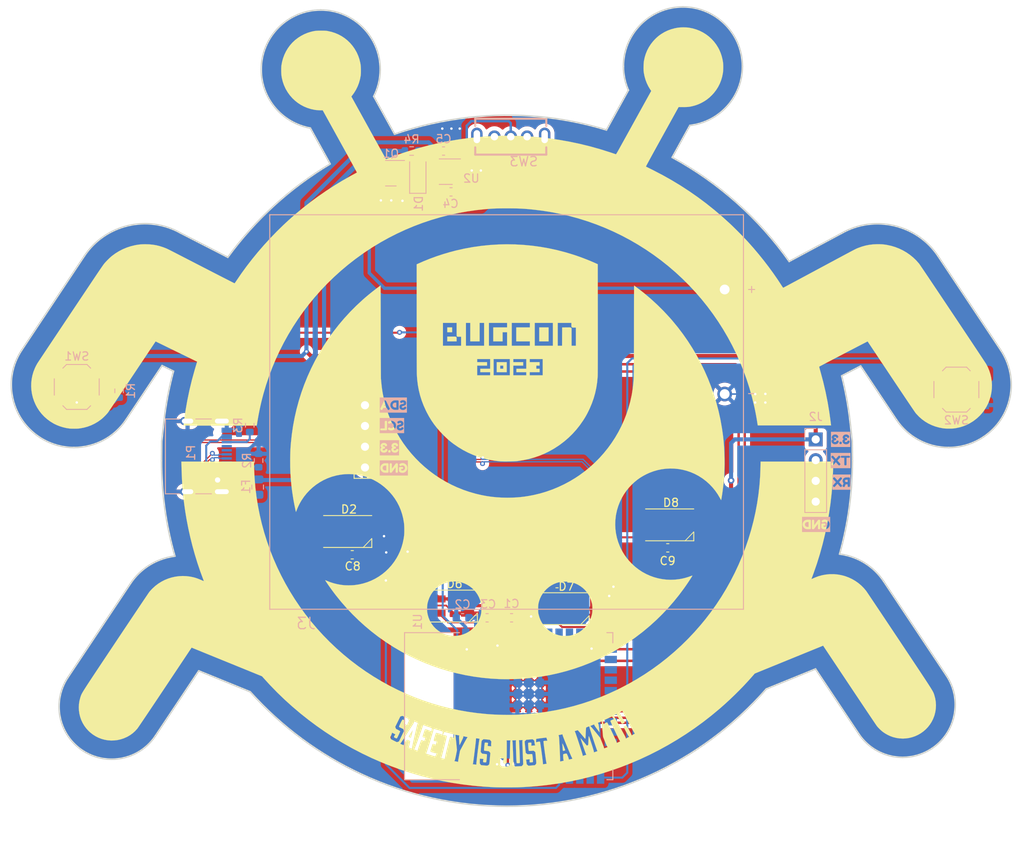
<source format=kicad_pcb>
(kicad_pcb (version 20221018) (generator pcbnew)
  (layers (0 "F.Cu" signal "Top") (31 "B.Cu" signal "Bottom") (34 "B.Paste" user) (35 "F.Paste" user) (36 "B.SilkS" user "B.Silkscreen") (37 "F.SilkS" user "F.Silkscreen") (38 "B.Mask" user) (39 "F.Mask" user) (44 "Edge.Cuts" user))
  (net 0 "")
  (net 1 "+3V3")
  (net 2 "GND")
  (net 3 "Net-(SW3-B)")
  (net 4 "+3.3V")
  (net 5 "Net-(D1-K)")
  (net 6 "VBUS")
  (net 7 "Net-(F1-Pad1)")
  (net 8 "/SDA")
  (net 9 "/SCL")
  (net 10 "/TX")
  (net 11 "/RX")
  (net 12 "+BATT")
  (net 13 "/RST")
  (net 14 "Net-(P1-CC)")
  (net 15 "Net-(P1-VCONN)")
  (net 16 "/PIN")
  (net 17 "Net-(D6-DIN)")
  (net 18 "/BOOT")
  (net 27 "/D-")
  (net 28 "/D+")
  (net 51 "Net-(D2-DIN)")
  (net 52 "Net-(D6-DOUT)")
  (net 53 "Net-(D7-DOUT)")
  (footprint "Capacitor_SMD:C_0603_1608Metric" (layer "F.Cu") (at 124.56 91.04 180)
    (fp_text reference "C8")
    (fp_text value "0.1uF")
  )
  (footprint "FootprintsB:LED_SK6812MINI_PLCC4_3.5x3.5mm_P1.75mm" (layer "F.Cu") (at 136.93 97.32)
    (fp_text reference "D6")
    (fp_text value "WS2812B")
  )
  (footprint "Capacitor_SMD:C_0603_1608Metric" (layer "F.Cu") (at 133.34 96.37 90)
    (fp_text reference "C7")
    (fp_text value "0.1uF")
  )
  (footprint "Capacitor_SMD:C_0603_1608Metric" (layer "F.Cu") (at 149.63 94.57 180)
    (fp_text reference "C6")
    (fp_text value "0.1uF")
  )
  (footprint "Resistor_SMD:R_0603_1608Metric" (layer "F.Cu") (at 144.78 94.742 180)
    (fp_text reference "R9")
    (fp_text value "470")
  )
  (footprint "FootprintsB:Bugcon_svg" (layer "F.Cu") (at 144.0688 72.9996)
    (fp_text reference "Ref**" hide)
    (fp_text value "Val**" hide)
    (fp_line (start -52.297296 -18.546247) (end -59.963296 -7.024185) (stroke (width 0.2)) (layer "Edge.Cuts"))
    (fp_line (start -47.20508 1.490518) (end -42.795515 -5.123829) (stroke (width 0.2)) (layer "Edge.Cuts"))
    (fp_line (start -46.642353 21.545733) (end -54.317578 33.05857) (stroke (width 0.2)) (layer "Edge.Cuts"))
    (fp_line (start -43.607318 40.198744) (end -38.302926 32.246768) (stroke (width 0.2)) (layer "Edge.Cuts"))
    (fp_line (start -42.832415 4.138101) (end -42.850865 6.536609) (stroke (width 0.2)) (layer "Edge.Cuts"))
    (fp_line (start -42.795515 -5.123829) (end -41.393311 -4.441177) (stroke (width 0.2)) (layer "Edge.Cuts"))
    (fp_line (start -42.574114 1.841069) (end -42.832415 4.138101) (stroke (width 0.2)) (layer "Edge.Cuts"))
    (fp_line (start -38.302926 32.246768) (end -32.00223 34.811326) (stroke (width 0.2)) (layer "Edge.Cuts"))
    (fp_line (start -34.742064 -18.380197) (end -40.553833 -21.359882) (stroke (width 0.2)) (layer "Edge.Cuts"))
    (fp_line (start -24.640656 -34.210348) (end -22.205248 -29.810009) (stroke (width 0.2)) (layer "Edge.Cuts"))
    (fp_line (start -14.327073 -33.463121) (end -16.882406 -38.084861) (stroke (width 0.2)) (layer "Edge.Cuts"))
    (fp_line (start 14.30742 -38.841313) (end 11.613712 -33.970498) (stroke (width 0.2)) (layer "Edge.Cuts"))
    (fp_line (start 19.657938 -30.612587) (end 21.82582 -34.533224) (stroke (width 0.2)) (layer "Edge.Cuts"))
    (fp_line (start 31.18 34.47) (end 37.21317 32.016142) (stroke (width 0.2)) (layer "Edge.Cuts"))
    (fp_line (start 37.21317 32.016142) (end 42.517562 39.968118) (stroke (width 0.2)) (layer "Edge.Cuts"))
    (fp_line (start 40.414255 -3.869225) (end 42.738963 -5.077704) (stroke (width 0.2)) (layer "Edge.Cuts"))
    (fp_line (start 40.44193 -21.341432) (end 33.984409 -17.87282) (stroke (width 0.2)) (layer "Edge.Cuts"))
    (fp_line (start 41.70576 4.128876) (end 41.447459 1.831844) (stroke (width 0.2)) (layer "Edge.Cuts"))
    (fp_line (start 41.72421 6.518159) (end 41.70576 4.128876) (stroke (width 0.2)) (layer "Edge.Cuts"))
    (fp_line (start 42.738963 -5.077704) (end 47.120852 1.490518) (stroke (width 0.2)) (layer "Edge.Cuts"))
    (fp_line (start 53.227822 32.827945) (end 45.552597 21.296657) (stroke (width 0.2)) (layer "Edge.Cuts"))
    (fp_line (start 59.879069 -7.024185) (end 52.203844 -18.537022) (stroke (width 0.2)) (layer "Edge.Cuts"))
    (fp_curve (pts (xy -61.097975 -1.267766) (xy -60.692073 0.74329) (xy -59.538945 2.468371) (xy -57.832314 3.612275)) (stroke (width 0.2)) (layer "Edge.Cuts"))
    (fp_curve (pts (xy -59.963296 -7.024185) (xy -61.097975 -5.317554) (xy -61.503876 -3.278823) (xy -61.097975 -1.267766)) (stroke (width 0.2)) (layer "Edge.Cuts"))
    (fp_curve (pts (xy -57.832314 3.612275) (xy -56.568485 4.451752) (xy -55.101705 4.903779) (xy -53.5888 4.903779)) (stroke (width 0.2)) (layer "Edge.Cuts"))
    (fp_curve (pts (xy -55.276981 37.892486) (xy -54.935655 39.580667) (xy -53.967027 41.028996) (xy -52.537147 41.988399)) (stroke (width 0.2)) (layer "Edge.Cuts"))
    (fp_curve (pts (xy -54.317578 33.05857) (xy -55.267756 34.48845) (xy -55.609082 36.204306) (xy -55.276981 37.892486)) (stroke (width 0.2)) (layer "Edge.Cuts"))
    (fp_curve (pts (xy -53.5888 4.903779) (xy -51.015017 4.903779) (xy -48.625734 3.630725) (xy -47.20508 1.490518)) (stroke (width 0.2)) (layer "Edge.Cuts"))
    (fp_curve (pts (xy -52.537147 41.988399) (xy -51.476268 42.698727) (xy -50.240114 43.067728) (xy -48.96706 43.067728)) (stroke (width 0.2)) (layer "Edge.Cuts"))
    (fp_curve (pts (xy -48.96706 43.067728) (xy -46.808403 43.067728) (xy -44.797347 41.997624) (xy -43.607318 40.198744)) (stroke (width 0.2)) (layer "Edge.Cuts"))
    (fp_curve (pts (xy -42.850865 6.536609) (xy -42.850865 10.521822) (xy -42.306589 14.42401) (xy -41.218035 18.206272)) (stroke (width 0.2)) (layer "Edge.Cuts"))
    (fp_curve (pts (xy -41.393311 -4.441177) (xy -41.946812 -2.383995) (xy -42.343489 -0.280688) (xy -42.574114 1.841069)) (stroke (width 0.2)) (layer "Edge.Cuts"))
    (fp_curve (pts (xy -41.218035 18.206272) (xy -43.413592 18.483023) (xy -45.396974 19.682277) (xy -46.642353 21.545733)) (stroke (width 0.2)) (layer "Edge.Cuts"))
    (fp_curve (pts (xy -40.553833 -21.359882) (xy -44.585171 -23.629239) (xy -49.732738 -22.393085) (xy -52.297296 -18.546247)) (stroke (width 0.2)) (layer "Edge.Cuts"))
    (fp_curve (pts (xy -32.00223 34.811326) (xy -28.146168 39.100965) (xy -23.552103 42.495776) (xy -18.330736 44.921959)) (stroke (width 0.2)) (layer "Edge.Cuts"))
    (fp_curve (pts (xy -30.646151 -41.378197) (xy -30.646151 -37.798885) (xy -28.044692 -34.8192) (xy -24.640656 -34.210348)) (stroke (width 0.2)) (layer "Edge.Cuts"))
    (fp_curve (pts (xy -23.367602 -48.656745) (xy -27.38049 -48.656745) (xy -30.646151 -45.391085) (xy -30.646151 -41.378197)) (stroke (width 0.2)) (layer "Edge.Cuts"))
    (fp_curve (pts (xy -22.205248 -29.810009) (xy -27.103739 -26.885675) (xy -31.374928 -22.992712) (xy -34.742064 -18.380197)) (stroke (width 0.2)) (layer "Edge.Cuts"))
    (fp_curve (pts (xy -18.330736 44.921959) (xy -12.749593 47.514192) (xy -6.771773 48.824147) (xy -0.563328 48.824147)) (stroke (width 0.2)) (layer "Edge.Cuts"))
    (fp_curve (pts (xy -16.882406 -38.084861) (xy -16.365804 -39.099614) (xy -16.089053 -40.225068) (xy -16.089053 -41.378197)) (stroke (width 0.2)) (layer "Edge.Cuts"))
    (fp_curve (pts (xy -16.089053 -41.378197) (xy -16.089053 -45.391085) (xy -19.354714 -48.656745) (xy -23.367602 -48.656745)) (stroke (width 0.2)) (layer "Edge.Cuts"))
    (fp_curve (pts (xy -5.240418 -35.501853) (xy -8.340028 -35.160526) (xy -11.384288 -34.468649) (xy -14.327073 -33.463121)) (stroke (width 0.2)) (layer "Edge.Cuts"))
    (fp_curve (pts (xy -0.563328 48.824147) (xy 11.604487 48.824147) (xy 23.144999 43.60278) (xy 31.18 34.47)) (stroke (width 0.2)) (layer "Edge.Cuts"))
    (fp_curve (pts (xy 11.613712 -33.970498) (xy 6.161719 -35.631003) (xy 0.497551 -36.147605) (xy -5.240418 -35.501853)) (stroke (width 0.2)) (layer "Edge.Cuts"))
    (fp_curve (pts (xy 13.698569 -41.756423) (xy 13.698569 -40.74167) (xy 13.910744 -39.754591) (xy 14.30742 -38.841313)) (stroke (width 0.2)) (layer "Edge.Cuts"))
    (fp_curve (pts (xy 20.977117 -49.034972) (xy 16.964229 -49.034972) (xy 13.698569 -45.769311) (xy 13.698569 -41.756423)) (stroke (width 0.2)) (layer "Edge.Cuts"))
    (fp_curve (pts (xy 21.82582 -34.533224) (xy 25.442032 -34.948351) (xy 28.255666 -38.029511) (xy 28.255666 -41.756423)) (stroke (width 0.2)) (layer "Edge.Cuts"))
    (fp_curve (pts (xy 28.255666 -41.756423) (xy 28.255666 -45.769311) (xy 24.990005 -49.034972) (xy 20.977117 -49.034972)) (stroke (width 0.2)) (layer "Edge.Cuts"))
    (fp_curve (pts (xy 33.984409 -17.87282) (xy 30.239047 -23.158762) (xy 25.349781 -27.512977) (xy 19.657938 -30.612587)) (stroke (width 0.2)) (layer "Edge.Cuts"))
    (fp_curve (pts (xy 40.155955 17.957196) (xy 41.198383 14.248734) (xy 41.72421 10.420347) (xy 41.72421 6.518159)) (stroke (width 0.2)) (layer "Edge.Cuts"))
    (fp_curve (pts (xy 41.447459 1.831844) (xy 41.235283 -0.086962) (xy 40.884732 -1.996544) (xy 40.414255 -3.869225)) (stroke (width 0.2)) (layer "Edge.Cuts"))
    (fp_curve (pts (xy 42.517562 39.968118) (xy 43.716816 41.766999) (xy 45.718648 42.837102) (xy 47.877305 42.837102)) (stroke (width 0.2)) (layer "Edge.Cuts"))
    (fp_curve (pts (xy 45.552597 21.296657) (xy 44.316443 19.442426) (xy 42.342287 18.233947) (xy 40.155955 17.957196)) (stroke (width 0.2)) (layer "Edge.Cuts"))
    (fp_curve (pts (xy 47.120852 1.490518) (xy 48.550732 3.630725) (xy 50.93079 4.903779) (xy 53.504573 4.903779)) (stroke (width 0.2)) (layer "Edge.Cuts"))
    (fp_curve (pts (xy 47.877305 42.837102) (xy 49.150359 42.837102) (xy 50.386513 42.458876) (xy 51.447391 41.757774)) (stroke (width 0.2)) (layer "Edge.Cuts"))
    (fp_curve (pts (xy 51.447391 41.757774) (xy 52.877271 40.807596) (xy 53.855124 39.350041) (xy 54.187225 37.66186)) (stroke (width 0.2)) (layer "Edge.Cuts"))
    (fp_curve (pts (xy 52.203844 -18.537022) (xy 49.63006 -22.393085) (xy 44.473269 -23.620014) (xy 40.44193 -21.341432)) (stroke (width 0.2)) (layer "Edge.Cuts"))
    (fp_curve (pts (xy 53.504573 4.903779) (xy 55.017478 4.903779) (xy 56.484258 4.460977) (xy 57.757312 3.612275)) (stroke (width 0.2)) (layer "Edge.Cuts"))
    (fp_curve (pts (xy 54.187225 37.66186) (xy 54.528551 35.97368) (xy 54.187225 34.257824) (xy 53.227822 32.827945)) (stroke (width 0.2)) (layer "Edge.Cuts"))
    (fp_curve (pts (xy 57.757312 3.612275) (xy 59.463942 2.477596) (xy 60.617071 0.74329) (xy 61.022972 -1.267766)) (stroke (width 0.2)) (layer "Edge.Cuts"))
    (fp_curve (pts (xy 61.022972 -1.267766) (xy 61.419649 -3.278823) (xy 61.013747 -5.317554) (xy 59.879069 -7.024185)) (stroke (width 0.2)) (layer "Edge.Cuts"))
  )
  (footprint "FootprintsB:LED_SK6812MINI_PLCC4_3.5x3.5mm_P1.75mm" (layer "F.Cu") (at 150.622 97.6376)
    (fp_text reference "D7")
    (fp_text value "WS2812B")
  )
  (footprint "FootprintsB:LED_SK6812MINI_PLCC4_3.5x3.5mm_P1.75mm" (layer "F.Cu") (at 163.4236 87.376)
    (fp_text reference "D8")
    (fp_text value "WS2812B")
  )
  (footprint "Connector_PinSocket_2.54mm:PinSocket_1x04_P2.54mm_Vertical" (layer "F.Cu") (at 126.12 72.73)
    (fp_text reference "J1")
    (fp_text value "Conn_01x04_Pin")
  )
  (footprint "FootprintsB:LED_SK6812MINI_PLCC4_3.5x3.5mm_P1.75mm" (layer "F.Cu") (at 124 88.19)
    (fp_text reference "D2")
    (fp_text value "WS2812B")
  )
  (footprint "Capacitor_SMD:C_0603_1608Metric" (layer "F.Cu") (at 163.19 90.19 180)
    (fp_text reference "C9")
    (fp_text value "0.1uF")
  )
  (footprint "kibuzzard-6515D74A" (layer "B.Cu") (at 184.3532 79.502 180)
    (fp_text reference "kibuzzard-6515D74A" hide)
    (fp_text value "G***" hide)
  )
  (footprint "FootprintsB:BAT_12BH331P-GR" (layer "B.Cu") (at 143.4592 73.5584)
    (fp_text reference "J3")
    (fp_text value "Conn_01x02")
  )
  (footprint "kibuzzard-6515D7CD" (layer "B.Cu") (at 129.11 77.94 180)
    (fp_text reference "kibuzzard-6515D7CD" hide)
    (fp_text value "G***" hide)
  )
  (footprint "Capacitor_SMD:C_0603_1608Metric" (layer "B.Cu") (at 135.7376 41.6052)
    (fp_text reference "C5")
    (fp_text value "10uF")
  )
  (footprint "kibuzzard-6515D75F" (layer "B.Cu") (at 184.4548 82.1436 180)
    (fp_text reference "kibuzzard-6515D75F" hide)
    (fp_text value "G***" hide)
  )
  (footprint "Resistor_SMD:R_0603_1608Metric" (layer "B.Cu") (at 96.012 70.9676 90)
    (fp_text reference "R1")
    (fp_text value "10K")
  )
  (footprint "kibuzzard-6515D795" (layer "B.Cu") (at 181.356 87.3252 180)
    (fp_text reference "kibuzzard-6515D795" hide)
    (fp_text value "G***" hide)
  )
  (footprint "Fuse:Fuse_0805_2012Metric" (layer "B.Cu") (at 112.98 82.75 90)
    (fp_text reference "F1")
    (fp_text value "0.5A")
  )
  (footprint "FootprintsB:SW-TH_SK12D07VG4" (layer "B.Cu") (at 143.9672 39.846)
    (fp_text reference "SW3")
    (fp_text value "ON" hide)
  )
  (footprint "Connector_PinSocket_2.54mm:PinSocket_1x04_P2.54mm_Vertical" (layer "B.Cu") (at 181.3052 76.9112 180)
    (fp_text reference "J2")
    (fp_text value "Conn_01x04_Pin")
  )
  (footprint "Capacitor_SMD:C_0603_1608Metric" (layer "B.Cu") (at 138.0744 98.7552 180)
    (fp_text reference "C2")
    (fp_text value "10uF")
  )
  (footprint "kibuzzard-6515D7CD" (layer "B.Cu") (at 184.3532 76.9112 180)
    (fp_text reference "kibuzzard-6515D7CD" hide)
    (fp_text value "G***" hide)
  )
  (footprint "Capacitor_SMD:C_0603_1608Metric" (layer "B.Cu") (at 141.0716 98.7552)
    (fp_text reference "C3")
    (fp_text value "10uF")
  )
  (footprint "Diode_SMD:D_SOD-123F" (layer "B.Cu") (at 132.588 44.574 90)
    (fp_text reference "D1")
    (fp_text value "MBR120")
  )
  (footprint "Resistor_SMD:R_0603_1608Metric" (layer "B.Cu") (at 112.014 75.18 -90)
    (fp_text reference "R3")
    (fp_text value "5k1")
  )
  (footprint "Resistor_SMD:R_0603_1608Metric" (layer "B.Cu") (at 131.826 41.6052 180)
    (fp_text reference "R4")
    (fp_text value "100K")
  )
  (footprint "Package_TO_SOT_SMD:SOT-23-5" (layer "B.Cu") (at 136.0115 44.132 180)
    (fp_text reference "U2")
    (fp_text value "AP2112K-3.3")
  )
  (footprint "Button_Switch_SMD:SW_SPST_TL3342" (layer "B.Cu") (at 198.5264 70.8152)
    (fp_text reference "SW2")
    (fp_text value "GPIO")
  )
  (footprint "Capacitor_SMD:C_0603_1608Metric" (layer "B.Cu") (at 144.0688 98.7552)
    (fp_text reference "C1")
    (fp_text value "1uF")
  )
  (footprint "Button_Switch_SMD:SW_SPST_TL3342" (layer "B.Cu") (at 90.83 70.49 180)
    (fp_text reference "SW1")
    (fp_text value "RESET")
  )
  (footprint "Resistor_SMD:R_0603_1608Metric" (layer "B.Cu") (at 113.09 79.5 -90)
    (fp_text reference "R2")
    (fp_text value "5k1")
  )
  (footprint "Capacitor_SMD:C_0603_1608Metric" (layer "B.Cu") (at 136.652 46.606 180)
    (fp_text reference "C4")
    (fp_text value "10uF")
  )
  (footprint "kibuzzard-6515D70B" (layer "B.Cu") (at 129.42 75.22 180)
    (fp_text reference "kibuzzard-6515D70B" hide)
    (fp_text value "G***" hide)
  )
  (footprint "Connector_USB:USB_C_Receptacle_G-Switch_GT-USB-7010ASV" (layer "B.Cu") (at 105.469 78.992 90)
    (fp_text reference "P1")
    (fp_text value "USB_C_Plug_USB2.0")
  )
  (footprint "kibuzzard-6515D6F9" (layer "B.Cu") (at 129.59 72.71 180)
    (fp_text reference "kibuzzard-6515D6F9" hide)
    (fp_text value "G***" hide)
  )
  (footprint "Package_TO_SOT_SMD:SOT-23" (layer "B.Cu") (at 129.286 44.32 180)
    (fp_text reference "Q1")
    (fp_text value "DMG3415U-7")
  )
  (footprint "FootprintsB:XCVR_ESP32-S3-WROOM-1-N8R2" (layer "B.Cu") (at 143.714 109.574 -90)
    (fp_text reference "U1")
    (fp_text value "ESP32-S3-WROOM-1U-N16")
  )
  (footprint "kibuzzard-6515D795" (layer "B.Cu") (at 129.65 80.41 180)
    (fp_text reference "kibuzzard-6515D795" hide)
    (fp_text value "G***" hide)
  )
  (segment (start 123.02 66.7) (end 122.5 67.22) (width 0.5) (layer "F.Cu") (net 1))
  (segment (start 181.3052 76.9112) (end 181.3052 68.9252) (width 0.5) (layer "F.Cu") (net 1))
  (segment (start 123.91 77.81) (end 126.12 77.81) (width 0.5) (layer "F.Cu") (net 1))
  (segment (start 147.32 101.2444) (end 170.2816 101.2444) (width 0.5) (layer "F.Cu") (net 1))
  (segment (start 122.5 76.4) (end 123.91 77.81) (width 0.5) (layer "F.Cu") (net 1))
  (segment (start 123.68 66.72) (end 121.81 66.72) (width 0.5) (layer "F.Cu") (net 1))
  (segment (start 123.7 66.7) (end 123.02 66.7) (width 0.5) (layer "F.Cu") (net 1))
  (segment (start 121.81 66.72) (end 122 66.72) (width 0.5) (layer "F.Cu") (net 1))
  (segment (start 170.2816 101.2444) (end 170.942 100.584) (width 0.5) (layer "F.Cu") (net 1))
  (segment (start 122 66.72) (end 122.5 67.22) (width 0.5) (layer "F.Cu") (net 1))
  (segment (start 119.52 66.72) (end 118.95 66.15) (width 0.5) (layer "F.Cu") (net 1))
  (segment (start 146.4564 100.3808) (end 147.32 101.2444) (width 0.5) (layer "F.Cu") (net 1))
  (segment (start 146.4564 98.59) (end 146.4564 100.3808) (width 0.5) (layer "F.Cu") (net 1))
  (segment (start 121.81 66.72) (end 119.52 66.72) (width 0.5) (layer "F.Cu") (net 1))
  (segment (start 181.3052 68.9252) (end 179.08 66.7) (width 0.5) (layer "F.Cu") (net 1))
  (segment (start 123.7 66.7) (end 123.68 66.72) (width 0.5) (layer "F.Cu") (net 1))
  (segment (start 179.08 66.7) (end 123.7 66.7) (width 0.5) (layer "F.Cu") (net 1))
  (segment (start 170.942 100.584) (end 170.942 81.9404) (width 0.5) (layer "F.Cu") (net 1))
  (segment (start 122.5 67.22) (end 122.5 76.4) (width 0.5) (layer "F.Cu") (net 1))
  (via (at 170.942 81.9404) (size 0.8) (drill 0.4) (layers "F.Cu" "B.Cu") (net 1))
  (via (at 118.95 66.15) (size 0.6) (drill 0.3) (layers "F.Cu" "B.Cu") (net 1))
  (via (at 146.4564 98.59) (size 0.6) (drill 0.3) (layers "F.Cu" "B.Cu") (net 1))
  (segment (start 142.9512 97.4344) (end 143.256 97.7392) (width 0.5) (layer "B.Cu") (net 1))
  (segment (start 139.724 99.3278) (end 139.724 100.824) (width 0.5) (layer "B.Cu") (net 1))
  (segment (start 143.5608 97.4344) (end 143.6116 97.4344) (width 0.5) (layer "B.Cu") (net 1))
  (segment (start 97.4344 66.7004) (end 118.3996 66.7004) (width 0.5) (layer "B.Cu") (net 1))
  (segment (start 96.2152 69.9394) (end 96.2152 67.9196) (width 0.5) (layer "B.Cu") (net 1))
  (segment (start 170.942 77.3684) (end 171.3992 76.9112) (width 0.5) (layer "B.Cu") (net 1))
  (segment (start 134.9626 41.8214) (end 134.874 41.91) (width 0.5) (layer "B.Cu") (net 1))
  (segment (start 140.2966 98.7552) (end 139.724 99.3278) (width 0.5) (layer "B.Cu") (net 1))
  (segment (start 134.9626 41.6052) (end 134.9626 41.8214) (width 0.5) (layer "B.Cu") (net 1))
  (segment (start 143.256 97.4344) (end 143.256 97.7392) (width 0.5) (layer "B.Cu") (net 1))
  (segment (start 170.942 81.9404) (end 170.942 77.3684) (width 0.5) (layer "B.Cu") (net 1))
  (segment (start 140.2966 98.7552) (end 138.8494 98.7552) (width 0.5) (layer "B.Cu") (net 1))
  (segment (start 134.874 41.91) (end 134.874 43.182) (width 0.5) (layer "B.Cu") (net 1))
  (segment (start 146.4564 97.8408) (end 146.05 97.4344) (width 0.5) (layer "B.Cu") (net 1))
  (segment (start 96.2152 67.9196) (end 97.4344 66.7004) (width 0.5) (layer "B.Cu") (net 1))
  (segment (start 143.256 97.7392) (end 143.256 98.7174) (width 0.5) (layer "B.Cu") (net 1))
  (segment (start 118.95 66.15) (end 118.95 47.94) (width 0.5) (layer "B.Cu") (net 1))
  (segment (start 140.2966 97.9046) (end 140.2966 98.7552) (width 0.5) (layer "B.Cu") (net 1))
  (segment (start 143.256 98.7174) (end 143.2938 98.7552) (width 0.5) (layer "B.Cu") (net 1))
  (segment (start 143.256 97.4344) (end 142.8496 97.4344) (width 0.5) (layer "B.Cu") (net 1))
  (segment (start 118.3996 66.7004) (end 118.95 66.15) (width 0.5) (layer "B.Cu") (net 1))
  (segment (start 146.4564 98.59) (end 146.4564 97.8408) (width 0.5) (layer "B.Cu") (net 1))
  (segment (start 143.6116 97.4344) (end 143.256 97.4344) (width 0.5) (layer "B.Cu") (net 1))
  (segment (start 142.8496 97.4344) (end 140.7668 97.4344) (width 0.5) (layer "B.Cu") (net 1))
  (segment (start 142.8496 97.4344) (end 142.9512 97.4344) (width 0.5) (layer "B.Cu") (net 1))
  (segment (start 118.95 47.94) (end 126.35 40.54) (width 0.5) (layer "B.Cu") (net 1))
  (segment (start 133.8974 40.54) (end 134.9626 41.6052) (width 0.5) (layer "B.Cu") (net 1))
  (segment (start 146.05 97.4344) (end 143.6116 97.4344) (width 0.5) (layer "B.Cu") (net 1))
  (segment (start 171.3992 76.9112) (end 181.3052 76.9112) (width 0.5) (layer "B.Cu") (net 1))
  (segment (start 143.256 97.7392) (end 143.5608 97.4344) (width 0.5) (layer "B.Cu") (net 1))
  (segment (start 96.012 70.1426) (end 96.2152 69.9394) (width 0.5) (layer "B.Cu") (net 1))
  (segment (start 126.35 40.54) (end 133.8974 40.54) (width 0.5) (layer "B.Cu") (net 1))
  (segment (start 140.7668 97.4344) (end 140.2966 97.9046) (width 0.5) (layer "B.Cu") (net 1))
  (segment (start 131.25 90.75) (end 131.34 90.66) (width 0.2) (layer "F.Cu") (net 2))
  (segment (start 136.06 97.25) (end 133.445 97.25) (width 0.2) (layer "F.Cu") (net 2))
  (segment (start 155.9386 94.3486) (end 156.54 94.95) (width 0.2) (layer "F.Cu") (net 2))
  (segment (start 126.055 88.76) (end 128.45 88.76) (width 0.2) (layer "F.Cu") (net 2))
  (segment (start 128.72 90.75) (end 131.25 90.75) (width 0.2) (layer "F.Cu") (net 2))
  (segment (start 139.192 43.9928) (end 140.3096 43.9928) (width 0.25) (layer "F.Cu") (net 2))
  (segment (start 133.445 97.25) (end 133.34 97.145) (width 0.2) (layer "F.Cu") (net 2))
  (segment (start 155.6004 94.3486) (end 155.9386 94.3486) (width 0.2) (layer "F.Cu") (net 2))
  (segment (start 173.9 71.36) (end 175.12 71.36) (width 0.2) (layer "F.Cu") (net 2))
  (segment (start 125.75 89.065) (end 126.055 88.76) (width 0.2) (layer "F.Cu") (net 2))
  (segment (start 175.12 71.36) (end 175.14 71.34) (width 0.2) (layer "F.Cu") (net 2))
  (segment (start 138.68 98.195) (end 137.005 98.195) (width 0.2) (layer "F.Cu") (net 2))
  (segment (start 104.394 74.672) (end 108.594 74.672) (width 0.25) (layer "F.Cu") (net 2))
  (segment (start 137.005 98.195) (end 136.06 97.25) (width 0.2) (layer "F.Cu") (net 2))
  (segment (start 175.14 72.4) (end 173.89 72.4) (width 0.2) (layer "F.Cu") (net 2))
  (segment (start 104.394 83.312) (end 108.594 83.312) (width 0.25) (layer "F.Cu") (net 2))
  (via (at 128.0668 47.6504) (size 0.6) (drill 0.3) (layers "F.Cu" "B.Cu") (net 2))
  (via (at 173.9 71.36) (size 0.6) (drill 0.3) (layers "F.Cu" "B.Cu") (net 2))
  (via (at 137.7188 38.862) (size 0.6) (drill 0.3) (layers "F.Cu" "B.Cu") (net 2))
  (via (at 173.89 72.4) (size 0.6) (drill 0.3) (layers "F.Cu" "B.Cu") (net 2))
  (via (at 140.3096 43.9928) (size 0.6) (drill 0.3) (layers "F.Cu" "B.Cu") (net 2))
  (via (at 136.7028 38.862) (size 0.6) (drill 0.3) (layers "F.Cu" "B.Cu") (net 2))
  (via (at 131.34 90.66) (size 0.6) (drill 0.3) (layers "F.Cu" "B.Cu") (net 2))
  (via (at 128.72 90.75) (size 0.6) (drill 0.3) (layers "F.Cu" "B.Cu") (net 2))
  (via (at 175.14 72.4) (size 0.6) (drill 0.3) (layers "F.Cu" "B.Cu") (net 2))
  (via (at 138.5824 102.616) (size 0.6) (drill 0.3) (layers "F.Cu" "B.Cu") (net 2))
  (via (at 135.5852 38.862) (size 0.6) (drill 0.3) (layers "F.Cu" "B.Cu") (net 2))
  (via (at 139.192 43.9928) (size 0.6) (drill 0.3) (layers "F.Cu" "B.Cu") (net 2))
  (via (at 156.02 96.08) (size 0.6) (drill 0.3) (layers "F.Cu" "B.Cu") (net 2))
  (via (at 130.7084 47.7012) (size 0.6) (drill 0.3) (layers "F.Cu" "B.Cu") (net 2))
  (via (at 129.3368 47.6504) (size 0.6) (drill 0.3) (layers "F.Cu" "B.Cu") (net 2))
  (via (at 156.54 94.95) (size 0.6) (drill 0.3) (layers "F.Cu" "B.Cu") (net 2))
  (via (at 128.45 88.76) (size 0.6) (drill 0.3) (layers "F.Cu" "B.Cu") (net 2))
  (via (at 175.14 71.34) (size 0.6) (drill 0.3) (layers "F.Cu" "B.Cu") (net 2))
  (segment (start 145.3786 99.29) (end 147.51 99.29) (width 0.3) (layer "B.Cu") (net 2))
  (segment (start 144.8438 98.7552) (end 145.3786 99.29) (width 0.3) (layer "B.Cu") (net 2))
  (segment (start 128.45 90.48) (end 128.72 90.75) (width 0.2) (layer "B.Cu") (net 2))
  (segment (start 138.454 102.4876) (end 138.5824 102.616) (width 0.25) (layer "B.Cu") (net 2))
  (segment (start 156.54 94.95) (end 156.54 95.56) (width 0.2) (layer "B.Cu") (net 2))
  (segment (start 173.8984 71.3584) (end 173.9 71.36) (width 0.2) (layer "B.Cu") (net 2))
  (segment (start 141.8466 98.7552) (end 142.6716 99.5802) (width 0.3) (layer "B.Cu") (net 2))
  (segment (start 128.45 88.76) (end 128.45 90.48) (width 0.2) (layer "B.Cu") (net 2))
  (segment (start 137.149 44.132) (end 139.0528 44.132) (width 0.25) (layer "B.Cu") (net 2))
  (segment (start 109.194 82.192) (end 109.194 82.712) (width 0.25) (layer "B.Cu") (net 2))
  (segment (start 109.194 82.712) (end 108.594 83.312) (width 0.25) (layer "B.Cu") (net 2))
  (segment (start 170.1592 71.3584) (end 173.8984 71.3584) (width 0.2) (layer "B.Cu") (net 2))
  (segment (start 138.454 99.9098) (end 137.2994 98.7552) (width 0.4) (layer "B.Cu") (net 2))
  (segment (start 138.454 100.824) (end 138.454 102.4876) (width 0.25) (layer "B.Cu") (net 2))
  (segment (start 137.2994 98.7552) (end 137.2994 94.9806) (width 0.25) (layer "B.Cu") (net 2))
  (segment (start 175.14 71.34) (end 175.14 72.4) (width 0.2) (layer "B.Cu") (net 2))
  (segment (start 139.0528 44.132) (end 139.192 43.9928) (width 0.25) (layer "B.Cu") (net 2))
  (segment (start 142.6716 99.5802) (end 144.0188 99.5802) (width 0.3) (layer "B.Cu") (net 2))
  (segment (start 144.0188 99.5802) (end 144.8438 98.7552) (width 0.3) (layer "B.Cu") (net 2))
  (segment (start 138.454 100.824) (end 138.454 99.9098) (width 0.4) (layer "B.Cu") (net 2))
  (segment (start 137.2994 94.9806) (end 137.41 94.87) (width 0.25) (layer "B.Cu") (net 2))
  (segment (start 156.54 95.56) (end 156.02 96.08) (width 0.2) (layer "B.Cu") (net 2))
  (segment (start 137.149 43.182) (end 136.729393 43.182) (width 0.3) (layer "B.Cu") (net 3))
  (segment (start 143.9672 38.2016) (end 143.7132 37.9476) (width 0.3) (layer "B.Cu") (net 3))
  (segment (start 136.729393 45.082) (end 137.149 45.082) (width 0.3) (layer "B.Cu") (net 3))
  (segment (start 138.5824 42.7228) (end 138.1232 43.182) (width 0.3) (layer "B.Cu") (net 3))
  (segment (start 138.5824 38.5064) (end 138.5824 42.7228) (width 0.3) (layer "B.Cu") (net 3))
  (segment (start 143.7132 37.9476) (end 139.1412 37.9476) (width 0.3) (layer "B.Cu") (net 3))
  (segment (start 139.1412 37.9476) (end 138.5824 38.5064) (width 0.3) (layer "B.Cu") (net 3))
  (segment (start 137.427 46.606) (end 137.427 45.36) (width 0.3) (layer "B.Cu") (net 3))
  (segment (start 136.1365 43.774893) (end 136.1365 44.489107) (width 0.3) (layer "B.Cu") (net 3))
  (segment (start 136.729393 43.182) (end 136.1365 43.774893) (width 0.3) (layer "B.Cu") (net 3))
  (segment (start 143.9672 39.846) (end 143.9672 38.2016) (width 0.3) (layer "B.Cu") (net 3))
  (segment (start 137.427 45.36) (end 137.149 45.082) (width 0.3) (layer "B.Cu") (net 3))
  (segment (start 138.1232 43.182) (end 137.149 43.182) (width 0.3) (layer "B.Cu") (net 3))
  (segment (start 136.1365 44.489107) (end 136.729393 45.082) (width 0.3) (layer "B.Cu") (net 3))
  (segment (start 122.955 87.315) (end 123.79 88.15) (width 0.4) (layer "F.Cu") (net 4))
  (segment (start 126.341602 95.506002) (end 134.341601 95.506002) (width 0.4) (layer "F.Cu") (net 4))
  (segment (start 161.9486 86.501) (end 161.6736 86.501) (width 0.4) (layer "F.Cu") (net 4))
  (segment (start 148.86 93.1512) (end 149.1488 92.8624) (width 0.4) (layer "F.Cu") (net 4))
  (segment (start 123.79 88.15) (end 123.79 92.9544) (width 0.4) (layer "F.Cu") (net 4))
  (segment (start 162.415 92.135) (end 162.415 90.19) (width 0.4) (layer "F.Cu") (net 4))
  (segment (start 149.1488 92.8624) (end 161.6876 92.8624) (width 0.4) (layer "F.Cu") (net 4))
  (segment (start 148.86 96.83) (end 148.86 93.1512) (width 0.4) (layer "F.Cu") (net 4))
  (segment (start 136.267106 96.44) (end 137.097106 97.27) (width 0.4) (layer "F.Cu") (net 4))
  (segment (start 135.185 96.44) (end 136.267106 96.44) (width 0.4) (layer "F.Cu") (net 4))
  (segment (start 145.705654 97.27) (end 146.213054 96.7626) (width 0.4) (layer "F.Cu") (net 4))
  (segment (start 123.79 92.9544) (end 126.341602 95.506002) (width 0.4) (layer "F.Cu") (net 4))
  (segment (start 161.6876 92.8624) (end 162.415 92.135) (width 0.4) (layer "F.Cu") (net 4))
  (segment (start 122.25 87.315) (end 122.955 87.315) (width 0.4) (layer "F.Cu") (net 4))
  (segment (start 163.11 87.6624) (end 161.9486 86.501) (width 0.4) (layer "F.Cu") (net 4))
  (segment (start 137.097106 97.27) (end 145.705654 97.27) (width 0.4) (layer "F.Cu") (net 4))
  (segment (start 134.341601 95.506002) (end 135.18 96.344401) (width 0.4) (layer "F.Cu") (net 4))
  (segment (start 163.11 89.495) (end 163.11 87.6624) (width 0.4) (layer "F.Cu") (net 4))
  (segment (start 135.18 96.344401) (end 135.18 96.445) (width 0.4) (layer "F.Cu") (net 4))
  (segment (start 146.213054 96.7626) (end 148.872 96.7626) (width 0.4) (layer "F.Cu") (net 4))
  (segment (start 135.18 96.445) (end 135.185 96.44) (width 0.4) (layer "F.Cu") (net 4))
  (segment (start 162.415 90.19) (end 163.11 89.495) (width 0.4) (layer "F.Cu") (net 4))
  (segment (start 132.588 47.3456) (end 132.588 45.974) (width 0.3) (layer "B.Cu") (net 5))
  (segment (start 140.3604 48.6156) (end 133.858 48.6156) (width 0.3) (layer "B.Cu") (net 5))
  (segment (start 133.858 48.6156) (end 132.588 47.3456) (width 0.3) (layer "B.Cu") (net 5))
  (segment (start 130.2235 45.27) (end 131.884 45.27) (width 0.3) (layer "B.Cu") (net 5))
  (segment (start 141.9672 47.0088) (end 140.3604 48.6156) (width 0.3) (layer "B.Cu") (net 5))
  (segment (start 141.9672 39.846) (end 141.9672 47.0088) (width 0.3) (layer "B.Cu") (net 5))
  (segment (start 131.884 45.27) (end 132.588 45.974) (width 0.3) (layer "B.Cu") (net 5))
  (segment (start 132.651 43.111) (end 132.588 43.174) (width 0.5) (layer "B.Cu") (net 6))
  (segment (start 130.2235 43.37) (end 126.52 43.37) (width 0.5) (layer "B.Cu") (net 6))
  (segment (start 132.392 43.37) (end 132.588 43.174) (width 0.5) (layer "B.Cu") (net 6))
  (segment (start 113.0571 81.8896) (end 112.98 81.8125) (width 0.5) (layer "B.Cu") (net 6))
  (segment (start 130.2235 43.37) (end 132.392 43.37) (width 0.5) (layer "B.Cu") (net 6))
  (segment (start 119.3404 81.8896) (end 113.0571 81.8896) (width 0.5) (layer "B.Cu") (net 6))
  (segment (start 121.11 48.78) (end 121.11 80.12) (width 0.5) (layer "B.Cu") (net 6))
  (segment (start 132.651 41.6052) (end 132.651 43.111) (width 0.5) (layer "B.Cu") (net 6))
  (segment (start 121.11 80.12) (end 119.3404 81.8896) (width 0.5) (layer "B.Cu") (net 6))
  (segment (start 126.52 43.37) (end 121.11 48.78) (width 0.5) (layer "B.Cu") (net 6))
  (segment (start 107.3912 81.026) (end 108.249 81.026) (width 0.25) (layer "B.Cu") (net 7))
  (segment (start 111.5568 81.6864) (end 111.5568 83.4136) (width 0.4) (layer "B.Cu") (net 7))
  (segment (start 108.000749 77.1652) (end 107.188 77.1652) (width 0.25) (layer "B.Cu") (net 7))
  (segment (start 108.615 81.392) (end 109.194 81.392) (width 0.25) (layer "B.Cu") (net 7))
  (segment (start 111.8307 83.6875) (end 112.98 83.6875) (width 0.4) (layer "B.Cu") (net 7))
  (segment (start 111.5568 83.4136) (end 111.8307 83.6875) (width 0.4) (layer "B.Cu") (net 7))
  (segment (start 106.68 80.3148) (end 107.3912 81.026) (width 0.25) (layer "B.Cu") (net 7))
  (segment (start 108.573949 76.592) (end 108.000749 77.1652) (width 0.25) (layer "B.Cu") (net 7))
  (segment (start 111.2624 81.392) (end 111.5568 81.6864) (width 0.4) (layer "B.Cu") (net 7))
  (segment (start 106.68 77.6732) (end 106.68 80.3148) (width 0.25) (layer "B.Cu") (net 7))
  (segment (start 109.194 76.592) (end 108.573949 76.592) (width 0.25) (layer "B.Cu") (net 7))
  (segment (start 108.249 81.026) (end 108.615 81.392) (width 0.25) (layer "B.Cu") (net 7))
  (segment (start 109.194 81.392) (end 111.2624 81.392) (width 0.4) (layer "B.Cu") (net 7))
  (segment (start 107.188 77.1652) (end 106.68 77.6732) (width 0.25) (layer "B.Cu") (net 7))
  (segment (start 171.85 102.6) (end 171.87 102.62) (width 0.3) (layer "F.Cu") (net 8))
  (segment (start 171.87 102.62) (end 171.87 69.35) (width 0.3) (layer "F.Cu") (net 8))
  (segment (start 153.93 102.6) (end 171.85 102.6) (width 0.3) (layer "F.Cu") (net 8))
  (segment (start 171.12 68.6) (end 126.9 68.6) (width 0.3) (layer "F.Cu") (net 8))
  (segment (start 126.9 68.6) (end 126.12 69.38) (width 0.3) (layer "F.Cu") (net 8))
  (segment (start 153.86 102.53) (end 153.93 102.6) (width 0.3) (layer "F.Cu") (net 8))
  (segment (start 126.12 69.38) (end 126.12 72.73) (width 0.3) (layer "F.Cu") (net 8))
  (segment (start 171.87 69.35) (end 171.12 68.6) (width 0.3) (layer "F.Cu") (net 8))
  (via (at 153.86 102.53) (size 0.6) (drill 0.3) (layers "F.Cu" "B.Cu") (net 8))
  (segment (start 153.919 102.589) (end 156.214 102.589) (width 0.3) (layer "B.Cu") (net 8))
  (segment (start 153.86 102.53) (end 153.919 102.589) (width 0.3) (layer "B.Cu") (net 8))
  (segment (start 171.7144 104.028) (end 172.608 103.1344) (width 0.3) (layer "F.Cu") (net 9))
  (segment (start 171.507106 67.71) (end 124.29 67.71) (width 0.3) (layer "F.Cu") (net 9))
  (segment (start 172.608 68.810894) (end 171.507106 67.71) (width 0.3) (layer "F.Cu") (net 9))
  (segment (start 124.27 75.27) (end 126.12 75.27) (width 0.3) (layer "F.Cu") (net 9))
  (segment (start 123.4 68.6) (end 123.4 74.4) (width 0.3) (layer "F.Cu") (net 9))
  (segment (start 142.3416 102.1588) (end 144.2108 104.028) (width 0.3) (layer "F.Cu") (net 9))
  (segment (start 123.4 74.4) (end 124.27 75.27) (width 0.3) (layer "F.Cu") (net 9))
  (segment (start 144.2108 104.028) (end 171.7144 104.028) (width 0.3) (layer "F.Cu") (net 9))
  (segment (start 124.29 67.71) (end 123.4 68.6) (width 0.3) (layer "F.Cu") (net 9))
  (segment (start 172.608 103.1344) (end 172.608 68.810894) (width 0.3) (layer "F.Cu") (net 9))
  (via (at 142.3416 102.1588) (size 0.6) (drill 0.3) (layers "F.Cu" "B.Cu") (net 9))
  (segment (start 142.3416 102.1588) (end 142.3416 100.9016) (width 0.3) (layer "B.Cu") (net 9))
  (segment (start 142.3416 100.9016) (end 142.264 100.824) (width 0.3) (layer "B.Cu") (net 9))
  (segment (start 179.9652 80.7912) (end 173.7168 80.7912) (width 0.3) (layer "F.Cu") (net 10))
  (segment (start 181.3052 79.4512) (end 179.9652 80.7912) (width 0.3) (layer "F.Cu") (net 10))
  (segment (start 169.0624 110.998) (end 173.2788 106.7816) (width 0.3) (layer "F.Cu") (net 10))
  (segment (start 142.2908 116.6876) (end 142.2908 111.4044) (width 0.3) (layer "F.Cu") (net 10))
  (segment (start 142.6972 110.998) (end 169.0624 110.998) (width 0.3) (layer "F.Cu") (net 10))
  (segment (start 142.2908 111.4044) (end 142.6972 110.998) (width 0.3) (layer "F.Cu") (net 10))
  (segment (start 173.2788 81.2292) (end 173.7106 80.7974) (width 0.3) (layer "F.Cu") (net 10))
  (segment (start 173.7168 80.7912) (end 173.7106 80.7974) (width 0.3) (layer "F.Cu") (net 10))
  (segment (start 173.2788 106.7816) (end 173.2788 81.2292) (width 0.3) (layer "F.Cu") (net 10))
  (via (at 142.2908 116.6876) (size 0.6) (drill 0.3) (layers "F.Cu" "B.Cu") (net 10))
  (segment (start 142.264 116.7144) (end 142.2908 116.6876) (width 0.3) (layer "B.Cu") (net 10))
  (segment (start 142.264 118.324) (end 142.264 116.7144) (width 0.3) (layer "B.Cu") (net 10))
  (segment (start 143.6116 116.7892) (end 143.6116 112.1156) (width 0.3) (layer "F.Cu") (net 11))
  (segment (start 174.0916 106.8324) (end 174.0916 83.7692) (width 0.3) (layer "F.Cu") (net 11))
  (segment (start 143.6116 112.1156) (end 144.1196 111.6076) (width 0.3) (layer "F.Cu") (net 11))
  (segment (start 169.3164 111.6076) (end 174.0916 106.8324) (width 0.3) (layer "F.Cu") (net 11))
  (segment (start 174.5996 83.2612) (end 180.0352 83.2612) (width 0.3) (layer "F.Cu") (net 11))
  (segment (start 180.0352 83.2612) (end 181.3052 81.9912) (width 0.3) (layer "F.Cu") (net 11))
  (segment (start 174.0916 83.7692) (end 174.5996 83.2612) (width 0.3) (layer "F.Cu") (net 11))
  (segment (start 144.1196 111.6076) (end 169.3164 111.6076) (width 0.3) (layer "F.Cu") (net 11))
  (via (at 143.6116 116.7892) (size 0.6) (drill 0.3) (layers "F.Cu" "B.Cu") (net 11))
  (segment (start 143.534 116.8668) (end 143.6116 116.7892) (width 0.3) (layer "B.Cu") (net 11))
  (segment (start 143.534 118.324) (end 143.534 116.8668) (width 0.3) (layer "B.Cu") (net 11))
  (segment (start 126.6444 56.5404) (end 128.51 58.406) (width 0.4) (layer "B.Cu") (net 12))
  (segment (start 128.3485 44.32) (end 127.5364 44.32) (width 0.4) (layer "B.Cu") (net 12))
  (segment (start 127.5364 44.32) (end 126.6444 45.212) (width 0.4) (layer "B.Cu") (net 12))
  (segment (start 126.6444 45.212) (end 126.6444 56.5404) (width 0.4) (layer "B.Cu") (net 12))
  (segment (start 128.51 58.406) (end 170.64425 58.406) (width 0.4) (layer "B.Cu") (net 12))
  (segment (start 130.3528 63.8048) (end 130.3076 63.85) (width 0.25) (layer "F.Cu") (net 13))
  (segment (start 91.6996 63.85) (end 90.7796 64.77) (width 0.25) (layer "F.Cu") (net 13))
  (segment (start 90.7796 72.3392) (end 90.8304 72.39) (width 0.25) (layer "F.Cu") (net 13))
  (segment (start 130.3076 63.85) (end 91.6996 63.85) (width 0.25) (layer "F.Cu") (net 13))
  (segment (start 90.7796 64.77) (end 90.7796 72.3392) (width 0.25) (layer "F.Cu") (net 13))
  (via (at 90.8304 72.39) (size 0.6) (drill 0.3) (layers "F.Cu" "B.Cu") (net 13))
  (via (at 130.3528 63.8048) (size 0.6) (drill 0.3) (layers "F.Cu" "B.Cu") (net 13))
  (segment (start 130.3528 63.8048) (end 132.9944 63.8048) (width 0.25) (layer "B.Cu") (net 13))
  (segment (start 137.414 100.2792) (end 137.414 103.124) (width 0.25) (layer "B.Cu") (net 13))
  (segment (start 140.7668 103.4288) (end 140.994 103.2016) (width 0.25) (layer "B.Cu") (net 13))
  (segment (start 135.636 98.5012) (end 137.414 100.2792) (width 0.25) (layer "B.Cu") (net 13))
  (segment (start 137.7188 103.4288) (end 140.7668 103.4288) (width 0.25) (layer "B.Cu") (net 13))
  (segment (start 93.98 72.39) (end 95.4146 72.39) (width 0.25) (layer "B.Cu") (net 13))
  (segment (start 93.98 72.39) (end 90.8304 72.39) (width 0.25) (layer "B.Cu") (net 13))
  (segment (start 90.8304 72.39) (end 87.68 72.39) (width 0.25) (layer "B.Cu") (net 13))
  (segment (start 137.414 103.124) (end 137.7188 103.4288) (width 0.25) (layer "B.Cu") (net 13))
  (segment (start 95.4146 72.39) (end 96.012 71.7926) (width 0.25) (layer "B.Cu") (net 13))
  (segment (start 135.636 66.4464) (end 135.636 98.5012) (width 0.25) (layer "B.Cu") (net 13))
  (segment (start 140.994 103.2016) (end 140.994 100.824) (width 0.25) (layer "B.Cu") (net 13))
  (segment (start 132.9944 63.8048) (end 135.636 66.4464) (width 0.25) (layer "B.Cu") (net 13))
  (segment (start 109.194 80.242) (end 113.007 80.242) (width 0.25) (layer "B.Cu") (net 14))
  (segment (start 113.007 80.242) (end 113.09 80.325) (width 0.25) (layer "B.Cu") (net 14))
  (segment (start 111.6324 77.242) (end 112.014 76.8604) (width 0.25) (layer "B.Cu") (net 15))
  (segment (start 112.014 76.8604) (end 112.014 76.005) (width 0.25) (layer "B.Cu") (net 15))
  (segment (start 109.194 77.242) (end 111.6324 77.242) (width 0.25) (layer "B.Cu") (net 15))
  (segment (start 144.8308 92.8624) (end 129.9972 92.8624) (width 0.25) (layer "F.Cu") (net 16))
  (segment (start 145.605 94.742) (end 145.605 93.6366) (width 0.25) (layer "F.Cu") (net 16))
  (segment (start 145.605 93.6366) (end 144.8308 92.8624) (width 0.25) (layer "F.Cu") (net 16))
  (segment (start 129.9972 92.8624) (end 128.6764 94.1832) (width 0.25) (layer "F.Cu") (net 16))
  (via (at 128.6764 94.1832) (size 0.6) (drill 0.3) (layers "F.Cu" "B.Cu") (net 16))
  (segment (start 128.6764 116.6876) (end 131.572 119.5832) (width 0.25) (layer "B.Cu") (net 16))
  (segment (start 131.572 119.5832) (end 149.5044 119.5832) (width 0.25) (layer "B.Cu") (net 16))
  (segment (start 149.884 119.2036) (end 149.884 118.324) (width 0.25) (layer "B.Cu") (net 16))
  (segment (start 149.5044 119.5832) (end 149.884 119.2036) (width 0.25) (layer "B.Cu") (net 16))
  (segment (start 128.6764 94.1832) (end 128.6764 116.6876) (width 0.25) (layer "B.Cu") (net 16))
  (segment (start 143.190998 95.506002) (end 139.673599 95.506002) (width 0.25) (layer "F.Cu") (net 17))
  (segment (start 143.955 94.742) (end 143.190998 95.506002) (width 0.25) (layer "F.Cu") (net 17))
  (segment (start 139.446 95.733601) (end 139.391399 95.733601) (width 0.25) (layer "F.Cu") (net 17))
  (segment (start 139.673599 95.506002) (end 139.446 95.733601) (width 0.25) (layer "F.Cu") (net 17))
  (segment (start 139.391399 95.733601) (end 138.68 96.445) (width 0.25) (layer "F.Cu") (net 17))
  (segment (start 191.5764 68.9152) (end 189.6598 66.9986) (width 0.25) (layer "B.Cu") (net 18))
  (segment (start 158.8074 66.9986) (end 158.2312 67.5748) (width 0.25) (layer "B.Cu") (net 18))
  (segment (start 195.3764 68.9152) (end 191.5764 68.9152) (width 0.25) (layer "B.Cu") (net 18))
  (segment (start 157.6216 118.324) (end 154.964 118.324) (width 0.25) (layer "B.Cu") (net 18))
  (segment (start 158.2312 117.7144) (end 157.6216 118.324) (width 0.25) (layer "B.Cu") (net 18))
  (segment (start 189.6598 66.9986) (end 158.8074 66.9986) (width 0.25) (layer "B.Cu") (net 18))
  (segment (start 195.3764 68.9152) (end 201.6764 68.9152) (width 0.25) (layer "B.Cu") (net 18))
  (segment (start 158.2312 67.5748) (end 158.2312 117.7144) (width 0.25) (layer "B.Cu") (net 18))
  (segment (start 140.306606 79.671505) (end 138.504023 79.671505) (width 0.1524) (layer "F.Cu") (net 27))
  (segment (start 137.7324 80.443128) (end 137.7324 82.923128) (width 0.1524) (layer "F.Cu") (net 27))
  (segment (start 137.7324 82.923128) (end 136.623128 84.0324) (width 0.1524) (layer "F.Cu") (net 27))
  (segment (start 121.566872 84.0324) (end 120.1476 82.613128) (width 0.1524) (layer "F.Cu") (net 27))
  (segment (start 140.5128 79.877699) (end 140.306606 79.671505) (width 0.1524) (layer "F.Cu") (net 27))
  (segment (start 105.393128 77.2924) (end 104.3524 78.333128) (width 0.1524) (layer "F.Cu") (net 27))
  (segment (start 136.623128 84.0324) (end 121.566872 84.0324) (width 0.1524) (layer "F.Cu") (net 27))
  (segment (start 104.3524 78.333128) (end 104.3524 79.316872) (width 0.1524) (layer "F.Cu") (net 27))
  (segment (start 138.504023 79.671505) (end 137.7324 80.443128) (width 0.1524) (layer "F.Cu") (net 27))
  (segment (start 104.3524 79.316872) (end 104.983128 79.9476) (width 0.1524) (layer "F.Cu") (net 27))
  (segment (start 106.101526 79.9476) (end 107.432465 78.616661) (width 0.1524) (layer "F.Cu") (net 27))
  (segment (start 120.1476 82.613128) (end 120.1476 78.793128) (width 0.1524) (layer "F.Cu") (net 27))
  (segment (start 104.983128 79.9476) (end 106.101526 79.9476) (width 0.1524) (layer "F.Cu") (net 27))
  (segment (start 120.1476 78.793128) (end 118.646872 77.2924) (width 0.1524) (layer "F.Cu") (net 27))
  (segment (start 118.646872 77.2924) (end 105.393128 77.2924) (width 0.1524) (layer "F.Cu") (net 27))
  (via (at 140.5128 79.877699) (size 0.6) (drill 0.3) (layers "F.Cu" "B.Cu") (net 27))
  (via (at 107.432465 78.616661) (size 0.6) (drill 0.3) (layers "F.Cu" "B.Cu") (net 27))
  (segment (start 152.692473 79.654401) (end 154.1766 81.138528) (width 0.1524) (layer "B.Cu") (net 27))
  (segment (start 108.263999 78.742) (end 109.194 78.742) (width 0.1524) (layer "B.Cu") (net 27))
  (segment (start 154.1766 99.216399) (end 153.694 99.698999) (width 0.1524) (layer "B.Cu") (net 27))
  (segment (start 154.1766 81.138528) (end 154.1766 99.216399) (width 0.1524) (layer "B.Cu") (net 27))
  (segment (start 107.432465 78.616661) (end 107.655404 78.8396) (width 0.1524) (layer "B.Cu") (net 27))
  (segment (start 140.736098 79.654401) (end 152.692473 79.654401) (width 0.1524) (layer "B.Cu") (net 27))
  (segment (start 153.694 99.698999) (end 153.694 100.824) (width 0.1524) (layer "B.Cu") (net 27))
  (segment (start 108.166399 78.8396) (end 108.263999 78.742) (width 0.1524) (layer "B.Cu") (net 27))
  (segment (start 140.5128 79.877699) (end 140.736098 79.654401) (width 0.1524) (layer "B.Cu") (net 27))
  (segment (start 107.655404 78.8396) (end 108.166399 78.8396) (width 0.1524) (layer "B.Cu") (net 27))
  (segment (start 104.0476 79.443128) (end 104.856872 80.2524) (width 0.1524) (layer "F.Cu") (net 28))
  (segment (start 104.0476 78.206872) (end 104.0476 79.443128) (width 0.1524) (layer "F.Cu") (net 28))
  (segment (start 137.4276 80.316872) (end 137.4276 82.796872) (width 0.1524) (layer "F.Cu") (net 28))
  (segment (start 105.266872 76.9876) (end 104.0476 78.206872) (width 0.1524) (layer "F.Cu") (net 28))
  (segment (start 104.856872 80.2524) (end 106.227779 80.2524) (width 0.1524) (layer "F.Cu") (net 28))
  (segment (start 136.496872 83.7276) (end 121.693128 83.7276) (width 0.1524) (layer "F.Cu") (net 28))
  (segment (start 106.227779 80.2524) (end 107.079779 79.4004) (width 0.1524) (layer "F.Cu") (net 28))
  (segment (start 121.693128 83.7276) (end 120.4524 82.486872) (width 0.1524) (layer "F.Cu") (net 28))
  (segment (start 138.377768 79.366704) (end 137.4276 80.316872) (width 0.1524) (layer "F.Cu") (net 28))
  (segment (start 107.079779 79.4004) (end 107.442 79.4004) (width 0.1524) (layer "F.Cu") (net 28))
  (segment (start 140.546747 79.126563) (end 140.306606 79.366704) (width 0.1524) (layer "F.Cu") (net 28))
  (segment (start 137.4276 82.796872) (end 136.496872 83.7276) (width 0.1524) (layer "F.Cu") (net 28))
  (segment (start 120.4524 82.486872) (end 120.4524 78.666872) (width 0.1524) (layer "F.Cu") (net 28))
  (segment (start 118.773128 76.9876) (end 105.266872 76.9876) (width 0.1524) (layer "F.Cu") (net 28))
  (segment (start 140.306606 79.366704) (end 138.377768 79.366704) (width 0.1524) (layer "F.Cu") (net 28))
  (segment (start 120.4524 78.666872) (end 118.773128 76.9876) (width 0.1524) (layer "F.Cu") (net 28))
  (via (at 140.546747 79.126563) (size 0.6) (drill 0.3) (layers "F.Cu" "B.Cu") (net 28))
  (via (at 107.442 79.4004) (size 0.6) (drill 0.3) (layers "F.Cu" "B.Cu") (net 28))
  (segment (start 154.4814 81.012272) (end 154.4814 99.216399) (width 0.1524) (layer "B.Cu") (net 28))
  (segment (start 108.263999 79.242) (end 109.194 79.242) (width 0.1524) (layer "B.Cu") (net 28))
  (segment (start 140.546747 79.126563) (end 140.769783 79.349599) (width 0.1524) (layer "B.Cu") (net 28))
  (segment (start 140.769783 79.349599) (end 152.818727 79.349599) (width 0.1524) (layer "B.Cu") (net 28))
  (segment (start 107.442 79.4004) (end 107.698 79.1444) (width 0.1524) (layer "B.Cu") (net 28))
  (segment (start 152.818727 79.349599) (end 154.4814 81.012272) (width 0.1524) (layer "B.Cu") (net 28))
  (segment (start 107.698 79.1444) (end 108.166399 79.1444) (width 0.1524) (layer "B.Cu") (net 28))
  (segment (start 154.4814 99.216399) (end 154.964 99.698999) (width 0.1524) (layer "B.Cu") (net 28))
  (segment (start 108.166399 79.1444) (end 108.263999 79.242) (width 0.1524) (layer "B.Cu") (net 28))
  (segment (start 154.964 99.698999) (end 154.964 100.824) (width 0.1524) (layer "B.Cu") (net 28))
  (segment (start 131.25 88.9) (end 130.9624 88.6124) (width 0.25) (layer "F.Cu") (net 51))
  (segment (start 161.6736 88.251) (end 161.0246 88.9) (width 0.25) (layer "F.Cu") (net 51))
  (segment (start 161.0246 88.9) (end 131.25 88.9) (width 0.25) (layer "F.Cu") (net 51))
  (segment (start 130.9624 88.6124) (end 130.9624 87.52) (width 0.25) (layer "F.Cu") (net 51))
  (segment (start 130.7574 87.315) (end 125.75 87.315) (width 0.25) (layer "F.Cu") (net 51))
  (segment (start 130.9624 87.52) (end 130.7574 87.315) (width 0.25) (layer "F.Cu") (net 51))
  (segment (start 146.038116 97.68) (end 151.4546 97.68) (width 0.25) (layer "F.Cu") (net 52))
  (segment (start 136.285 99.3) (end 144.418116 99.3) (width 0.25) (layer "F.Cu") (net 52))
  (segment (start 151.4546 97.68) (end 152.372 96.7626) (width 0.25) (layer "F.Cu") (net 52))
  (segment (start 135.18 98.195) (end 136.285 99.3) (width 0.25) (layer "F.Cu") (net 52))
  (segment (start 144.418116 99.3) (end 146.038116 97.68) (width 0.25) (layer "F.Cu") (net 52))
  (segment (start 168.0972 87.1372) (end 168.0972 96.0628) (width 0.25) (layer "F.Cu") (net 53))
  (segment (start 165.1736 86.501) (end 167.461 86.501) (width 0.25) (layer "F.Cu") (net 53))
  (segment (start 156.5704 97.1296) (end 153.81 99.89) (width 0.25) (layer "F.Cu") (net 53))
  (segment (start 153.81 99.89) (end 150.2494 99.89) (width 0.25) (layer "F.Cu") (net 53))
  (segment (start 167.0304 97.1296) (end 156.5704 97.1296) (width 0.25) (layer "F.Cu") (net 53))
  (segment (start 167.461 86.501) (end 168.0972 87.1372) (width 0.25) (layer "F.Cu") (net 53))
  (segment (start 150.2494 99.89) (end 148.872 98.5126) (width 0.25) (layer "F.Cu") (net 53))
  (segment (start 168.0972 96.0628) (end 167.0304 97.1296) (width 0.25) (layer "F.Cu") (net 53))
  (zone (net 2) (net_name "GND") (layers "F&B.Cu") (connect_pads (clearance 0.508)) (min_thickness 0.25) (fill yes (thermal_gap 0.5) (thermal_bridge_width 0.5))
    (polygon (pts (xy 81.4324 23.114) (xy 205.8416 23.4188) (xy 206.8068 123.444) (xy 81.4324 123.444)))
  )
)
</source>
